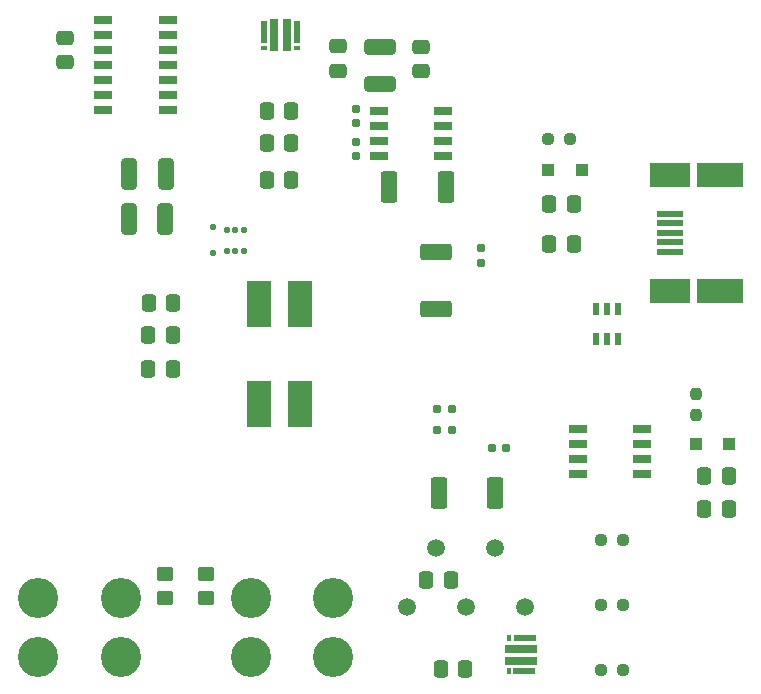
<source format=gbr>
%TF.GenerationSoftware,KiCad,Pcbnew,8.0.7*%
%TF.CreationDate,2025-05-08T16:31:26-05:00*%
%TF.ProjectId,OU_AIMNet_MPPT_v1.0,4f555f41-494d-44e6-9574-5f4d5050545f,rev?*%
%TF.SameCoordinates,Original*%
%TF.FileFunction,Soldermask,Bot*%
%TF.FilePolarity,Negative*%
%FSLAX46Y46*%
G04 Gerber Fmt 4.6, Leading zero omitted, Abs format (unit mm)*
G04 Created by KiCad (PCBNEW 8.0.7) date 2025-05-08 16:31:26*
%MOMM*%
%LPD*%
G01*
G04 APERTURE LIST*
G04 Aperture macros list*
%AMRoundRect*
0 Rectangle with rounded corners*
0 $1 Rounding radius*
0 $2 $3 $4 $5 $6 $7 $8 $9 X,Y pos of 4 corners*
0 Add a 4 corners polygon primitive as box body*
4,1,4,$2,$3,$4,$5,$6,$7,$8,$9,$2,$3,0*
0 Add four circle primitives for the rounded corners*
1,1,$1+$1,$2,$3*
1,1,$1+$1,$4,$5*
1,1,$1+$1,$6,$7*
1,1,$1+$1,$8,$9*
0 Add four rect primitives between the rounded corners*
20,1,$1+$1,$2,$3,$4,$5,0*
20,1,$1+$1,$4,$5,$6,$7,0*
20,1,$1+$1,$6,$7,$8,$9,0*
20,1,$1+$1,$8,$9,$2,$3,0*%
G04 Aperture macros list end*
%ADD10C,0.550000*%
%ADD11C,3.400000*%
%ADD12C,1.500000*%
%ADD13RoundRect,0.250000X0.337500X0.475000X-0.337500X0.475000X-0.337500X-0.475000X0.337500X-0.475000X0*%
%ADD14RoundRect,0.250000X-0.400000X-1.075000X0.400000X-1.075000X0.400000X1.075000X-0.400000X1.075000X0*%
%ADD15R,1.528000X0.650000*%
%ADD16RoundRect,0.249999X0.450001X1.075001X-0.450001X1.075001X-0.450001X-1.075001X0.450001X-1.075001X0*%
%ADD17RoundRect,0.160000X-0.160000X0.197500X-0.160000X-0.197500X0.160000X-0.197500X0.160000X0.197500X0*%
%ADD18RoundRect,0.160000X-0.197500X-0.160000X0.197500X-0.160000X0.197500X0.160000X-0.197500X0.160000X0*%
%ADD19RoundRect,0.250000X0.450000X-0.350000X0.450000X0.350000X-0.450000X0.350000X-0.450000X-0.350000X0*%
%ADD20RoundRect,0.237500X0.250000X0.237500X-0.250000X0.237500X-0.250000X-0.237500X0.250000X-0.237500X0*%
%ADD21RoundRect,0.249999X1.075001X-0.450001X1.075001X0.450001X-1.075001X0.450001X-1.075001X-0.450001X0*%
%ADD22R,0.550000X1.050000*%
%ADD23R,1.550000X0.650000*%
%ADD24RoundRect,0.250000X0.475000X-0.337500X0.475000X0.337500X-0.475000X0.337500X-0.475000X-0.337500X0*%
%ADD25RoundRect,0.250000X-0.450000X0.350000X-0.450000X-0.350000X0.450000X-0.350000X0.450000X0.350000X0*%
%ADD26RoundRect,0.250000X-0.337500X-0.475000X0.337500X-0.475000X0.337500X0.475000X-0.337500X0.475000X0*%
%ADD27R,2.000000X4.000000*%
%ADD28RoundRect,0.250000X-0.300000X-0.300000X0.300000X-0.300000X0.300000X0.300000X-0.300000X0.300000X0*%
%ADD29RoundRect,0.250000X-0.475000X0.337500X-0.475000X-0.337500X0.475000X-0.337500X0.475000X0.337500X0*%
%ADD30RoundRect,0.160000X0.160000X-0.197500X0.160000X0.197500X-0.160000X0.197500X-0.160000X-0.197500X0*%
%ADD31R,0.420000X0.550000*%
%ADD32R,1.920000X0.550000*%
%ADD33R,2.700000X0.790000*%
%ADD34R,0.550000X0.420000*%
%ADD35R,0.550000X1.920000*%
%ADD36R,0.790000X2.700000*%
%ADD37RoundRect,0.237500X-0.237500X0.250000X-0.237500X-0.250000X0.237500X-0.250000X0.237500X0.250000X0*%
%ADD38RoundRect,0.250000X-1.075000X0.400000X-1.075000X-0.400000X1.075000X-0.400000X1.075000X0.400000X0*%
%ADD39R,2.250000X0.500000*%
%ADD40R,3.500000X2.050000*%
%ADD41R,4.000000X2.050000*%
G04 APERTURE END LIST*
D10*
%TO.C,U5*%
X219100000Y-134800000D03*
X220300000Y-134600000D03*
X221000000Y-134600000D03*
X221700000Y-134600000D03*
X220300000Y-132800000D03*
X221000000Y-132800000D03*
X221700000Y-132800000D03*
X219100000Y-132600000D03*
%TD*%
D11*
%TO.C,J1*%
X204300000Y-164000000D03*
X204300000Y-169000000D03*
X211300000Y-164000000D03*
X211300000Y-169000000D03*
%TD*%
%TO.C,J2*%
X222300000Y-164000000D03*
X222300000Y-169000000D03*
X229300000Y-164000000D03*
X229300000Y-169000000D03*
%TD*%
D12*
%TO.C,J3*%
X235500000Y-164800000D03*
X238000000Y-159800000D03*
X240500000Y-164800000D03*
X243000000Y-159800000D03*
X245500000Y-164800000D03*
%TD*%
D13*
%TO.C,C35*%
X240437500Y-170000000D03*
X238362500Y-170000000D03*
%TD*%
%TO.C,C27*%
X215675000Y-141700000D03*
X213600000Y-141700000D03*
%TD*%
D14*
%TO.C,R26*%
X212000000Y-128100000D03*
X215100000Y-128100000D03*
%TD*%
D13*
%TO.C,C30*%
X225737500Y-122800000D03*
X223662500Y-122800000D03*
%TD*%
%TO.C,C29*%
X225737500Y-128600000D03*
X223662500Y-128600000D03*
%TD*%
D14*
%TO.C,R25*%
X211950000Y-131900000D03*
X215050000Y-131900000D03*
%TD*%
D13*
%TO.C,C28*%
X225712500Y-125500000D03*
X223637500Y-125500000D03*
%TD*%
%TO.C,C37*%
X215737500Y-139000000D03*
X213662500Y-139000000D03*
%TD*%
D15*
%TO.C,U2*%
X249989000Y-153505000D03*
X249989000Y-152235000D03*
X249989000Y-150965000D03*
X249989000Y-149695000D03*
X255411000Y-149695000D03*
X255411000Y-150965000D03*
X255411000Y-152235000D03*
X255411000Y-153505000D03*
%TD*%
D16*
%TO.C,R30*%
X243000000Y-155100000D03*
X238200000Y-155100000D03*
%TD*%
D17*
%TO.C,R18*%
X231200000Y-122605000D03*
X231200000Y-123800000D03*
%TD*%
D18*
%TO.C,R20*%
X238105000Y-148000000D03*
X239300000Y-148000000D03*
%TD*%
D19*
%TO.C,R35*%
X215000000Y-164000000D03*
X215000000Y-162000000D03*
%TD*%
D13*
%TO.C,C38*%
X215675000Y-144600000D03*
X213600000Y-144600000D03*
%TD*%
D20*
%TO.C,R22*%
X249325000Y-125100000D03*
X247500000Y-125100000D03*
%TD*%
D21*
%TO.C,R17*%
X238000000Y-139500000D03*
X238000000Y-134700000D03*
%TD*%
D17*
%TO.C,R21*%
X241800000Y-134400000D03*
X241800000Y-135595000D03*
%TD*%
D22*
%TO.C,D3*%
X253400000Y-142100000D03*
X252450000Y-142100000D03*
X251500000Y-142100000D03*
X251500000Y-139500000D03*
X252450000Y-139500000D03*
X253400000Y-139500000D03*
%TD*%
D23*
%TO.C,U1*%
X215250000Y-115100000D03*
X215250000Y-116370000D03*
X215250000Y-117640000D03*
X215250000Y-118910000D03*
X215250000Y-120180000D03*
X215250000Y-121450000D03*
X215250000Y-122720000D03*
X209800000Y-122720000D03*
X209800000Y-121450000D03*
X209800000Y-120180000D03*
X209800000Y-118910000D03*
X209800000Y-117640000D03*
X209800000Y-116370000D03*
X209800000Y-115100000D03*
%TD*%
D20*
%TO.C,R33*%
X253800000Y-159100000D03*
X251975000Y-159100000D03*
%TD*%
D24*
%TO.C,C25*%
X229700000Y-119337500D03*
X229700000Y-117262500D03*
%TD*%
D25*
%TO.C,R34*%
X218500000Y-162000000D03*
X218500000Y-164000000D03*
%TD*%
D26*
%TO.C,C23*%
X260682500Y-156500000D03*
X262757500Y-156500000D03*
%TD*%
D27*
%TO.C,L2*%
X226500000Y-147600000D03*
X223000000Y-147600000D03*
X223000000Y-139100000D03*
X226500000Y-139100000D03*
%TD*%
D15*
%TO.C,U4*%
X233189000Y-126605000D03*
X233189000Y-125335000D03*
X233189000Y-124065000D03*
X233189000Y-122795000D03*
X238611000Y-122795000D03*
X238611000Y-124065000D03*
X238611000Y-125335000D03*
X238611000Y-126605000D03*
%TD*%
D18*
%TO.C,R27*%
X242702500Y-151300000D03*
X243897500Y-151300000D03*
%TD*%
D28*
%TO.C,D4*%
X247500000Y-127800000D03*
X250300000Y-127800000D03*
%TD*%
D29*
%TO.C,C26*%
X206600000Y-116562500D03*
X206600000Y-118637500D03*
%TD*%
D24*
%TO.C,C24*%
X236700000Y-119400000D03*
X236700000Y-117325000D03*
%TD*%
D30*
%TO.C,R19*%
X231200000Y-126600000D03*
X231200000Y-125405000D03*
%TD*%
D31*
%TO.C,Q2*%
X244163000Y-167425000D03*
D32*
X245488000Y-167425000D03*
X245463000Y-170175000D03*
D31*
X244163000Y-170175000D03*
D33*
X245200000Y-169325000D03*
X245200000Y-168275000D03*
%TD*%
D18*
%TO.C,R28*%
X238102500Y-149800000D03*
X239297500Y-149800000D03*
%TD*%
D26*
%TO.C,C34*%
X237162500Y-162500000D03*
X239237500Y-162500000D03*
%TD*%
D34*
%TO.C,Q1*%
X223450000Y-117400000D03*
D35*
X223450000Y-116075000D03*
X226200000Y-116100000D03*
D34*
X226200000Y-117400000D03*
D36*
X225350000Y-116363000D03*
X224300000Y-116363000D03*
%TD*%
D37*
%TO.C,R23*%
X260000000Y-146687500D03*
X260000000Y-148512500D03*
%TD*%
D28*
%TO.C,D5*%
X260000000Y-151000000D03*
X262800000Y-151000000D03*
%TD*%
D26*
%TO.C,C22*%
X260682500Y-153700000D03*
X262757500Y-153700000D03*
%TD*%
%TO.C,C20*%
X247562500Y-130600000D03*
X249637500Y-130600000D03*
%TD*%
D38*
%TO.C,R24*%
X233200000Y-117350000D03*
X233200000Y-120450000D03*
%TD*%
D26*
%TO.C,C21*%
X247562500Y-134000000D03*
X249637500Y-134000000D03*
%TD*%
D16*
%TO.C,R16*%
X238800000Y-129200000D03*
X234000000Y-129200000D03*
%TD*%
D20*
%TO.C,R32*%
X253800000Y-170100000D03*
X251975000Y-170100000D03*
%TD*%
%TO.C,R31*%
X253800000Y-164600000D03*
X251975000Y-164600000D03*
%TD*%
D39*
%TO.C,J4*%
X257775000Y-131475000D03*
X257775000Y-132275000D03*
X257775000Y-133075000D03*
X257775000Y-133875000D03*
X257775000Y-134675000D03*
D40*
X257750000Y-128150000D03*
D41*
X262000000Y-128150000D03*
X262000000Y-138000000D03*
D40*
X257750000Y-138000000D03*
%TD*%
M02*

</source>
